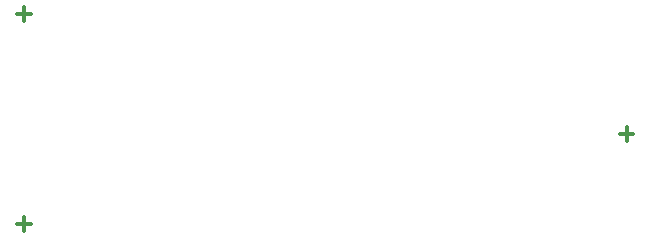
<source format=gbr>
%TF.GenerationSoftware,KiCad,Pcbnew,(6.0.4)*%
%TF.CreationDate,2023-05-26T11:35:19+02:00*%
%TF.ProjectId,Syst_me_PCB,53797374-e86d-4655-9f50-43422e6b6963,rev?*%
%TF.SameCoordinates,Original*%
%TF.FileFunction,Other,ECO1*%
%FSLAX46Y46*%
G04 Gerber Fmt 4.6, Leading zero omitted, Abs format (unit mm)*
G04 Created by KiCad (PCBNEW (6.0.4)) date 2023-05-26 11:35:19*
%MOMM*%
%LPD*%
G01*
G04 APERTURE LIST*
%ADD10C,0.300000*%
G04 APERTURE END LIST*
D10*
X200552857Y-92138571D02*
X200552857Y-93281428D01*
X199981428Y-92710000D02*
X201124285Y-92710000D01*
X251567142Y-85661428D02*
X251567142Y-84518571D01*
X252138571Y-85090000D02*
X250995714Y-85090000D01*
X200552857Y-74358571D02*
X200552857Y-75501428D01*
X199981428Y-74930000D02*
X201124285Y-74930000D01*
M02*

</source>
